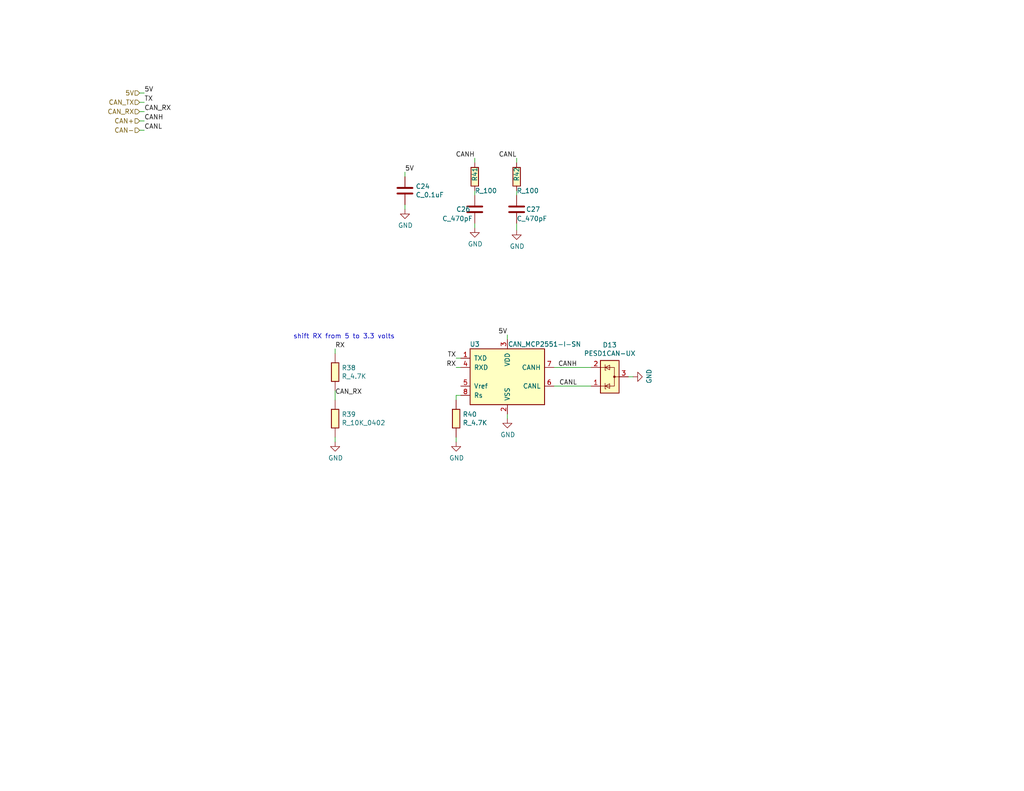
<source format=kicad_sch>
(kicad_sch (version 20211123) (generator eeschema)
  (paper "USLetter")
  (lib_symbols
    (symbol "Open_Automation:CAN_MCP2551-I-SN" (pin_names (offset 1.016))
      (property "Reference" "U" (at -10.16 8.89 0))
      (property "Value" "Open_Automation_CAN_MCP2551-I-SN" (at 2.54 8.89 0))
      (symbol "CAN_MCP2551-I-SN_0_1"
        (rectangle (start -10.16 7.62) (end 10.16 -7.62) (stroke (width 0.254)) (fill (type background)))
      )
      (symbol "CAN_MCP2551-I-SN_1_1"
        (pin input line (at -12.7 5.08 0) (length 2.54) (name "TXD") (number "1"))
        (pin power_in line (at 0 -10.16 90) (length 2.54) (name "VSS") (number "2"))
        (pin power_in line (at 0 10.16 270) (length 2.54) (name "VDD") (number "3"))
        (pin output line (at -12.7 2.54 0) (length 2.54) (name "RXD") (number "4"))
        (pin power_out line (at -12.7 -2.54 0) (length 2.54) (name "Vref") (number "5"))
        (pin bidirectional line (at 12.7 -2.54 180) (length 2.54) (name "CANL") (number "6"))
        (pin bidirectional line (at 12.7 2.54 180) (length 2.54) (name "CANH") (number "7"))
        (pin input line (at -12.7 -5.08 0) (length 2.54) (name "Rs") (number "8"))
      )
    )
    (symbol "Open_Automation:C_470pF" (pin_numbers hide) (pin_names (offset 0.254))
      (property "Reference" "C" (at 0.635 2.54 0))
      (property "Value" "Open_Automation_C_470pF" (at -5.715 -2.54 0))
      (symbol "C_470pF_0_1"
        (polyline (pts (xy -2.032 -0.762) (xy 2.032 -0.762)) (stroke (width 0.508)))
        (polyline (pts (xy -2.032 0.762) (xy 2.032 0.762)) (stroke (width 0.508)))
      )
      (symbol "C_470pF_1_1"
        (pin passive line (at 0 3.81 270) (length 2.794) (name "~") (number "1"))
        (pin passive line (at 0 -3.81 90) (length 2.794) (name "~") (number "2"))
      )
    )
    (symbol "Open_Automation:R_100" (pin_numbers hide) (pin_names (offset 0))
      (property "Reference" "R" (at 0 0 90))
      (property "Value" "Open_Automation_R_100" (at -1.905 0 90))
      (symbol "R_100_0_1"
        (rectangle (start -1.016 -2.54) (end 1.016 2.54) (stroke (width 0.254)) (fill (type background)))
      )
      (symbol "R_100_1_1"
        (pin passive line (at 0 -3.81 90) (length 1.27) (name "~") (number "1"))
        (pin passive line (at 0 3.81 270) (length 1.27) (name "~") (number "2"))
      )
    )
    (symbol "Open_Automation:R_10K_0402" (pin_numbers hide) (pin_names (offset 0))
      (property "Reference" "R" (at 0 0 90))
      (property "Value" "Open_Automation_R_10K_0402" (at -1.905 0 90))
      (symbol "R_10K_0402_0_1"
        (rectangle (start -1.016 -2.54) (end 1.016 2.54) (stroke (width 0.254)) (fill (type background)))
      )
      (symbol "R_10K_0402_1_1"
        (pin passive line (at 0 -5.08 90) (length 2.54) (name "~") (number "1"))
        (pin passive line (at 0 5.08 270) (length 2.54) (name "~") (number "2"))
      )
    )
    (symbol "Open_Automation:R_4.7K" (pin_numbers hide) (pin_names (offset 0))
      (property "Reference" "R" (at 0 0 90))
      (property "Value" "Open_Automation_R_4.7K" (at -1.905 0 90))
      (symbol "R_4.7K_0_1"
        (rectangle (start -1.016 -2.54) (end 1.016 2.54) (stroke (width 0.254)) (fill (type background)))
      )
      (symbol "R_4.7K_1_1"
        (pin passive line (at 0 -5.08 90) (length 2.54) (name "~") (number "1"))
        (pin passive line (at 0 5.08 270) (length 2.54) (name "~") (number "2"))
      )
    )
    (symbol "open-dash-daughterboard-rescue:C_0.1uF-Open_Automation" (pin_numbers hide) (pin_names (offset 0.254))
      (property "Reference" "C" (at 0.635 2.54 0))
      (property "Value" "open-dash-daughterboard-rescue_C_0.1uF-Open_Automation" (at -8.255 -2.54 0))
      (symbol "C_0.1uF-Open_Automation_0_1"
        (polyline (pts (xy -2.032 -0.762) (xy 2.032 -0.762)) (stroke (width 0.508)))
        (polyline (pts (xy -2.032 0.762) (xy 2.032 0.762)) (stroke (width 0.508)))
      )
      (symbol "C_0.1uF-Open_Automation_1_1"
        (pin passive line (at 0 3.81 270) (length 2.794) (name "~") (number "1"))
        (pin passive line (at 0 -3.81 90) (length 2.794) (name "~") (number "2"))
      )
    )
    (symbol "open-dash-daughterboard-rescue:GND-power" (power) (pin_names (offset 0))
      (property "Value" "open-dash-daughterboard-rescue_GND-power" (at 0 -3.81 0))
      (symbol "GND-power_0_1"
        (polyline (pts (xy 0 0) (xy 0 -1.27) (xy 1.27 -1.27) (xy 0 -2.54) (xy -1.27 -1.27) (xy 0 -1.27)))
      )
      (symbol "GND-power_1_1"
        (pin power_in line (at 0 0 270) (length 0) hide (name "GND") (number "1"))
      )
    )
    (symbol "open-dash-daughterboard-rescue:PESD1CAN-UX-Open_Automation" (pin_names hide)
      (property "Reference" "D" (at 5.715 2.54 0))
      (property "Value" "open-dash-daughterboard-rescue_PESD1CAN-UX-Open_Automation" (at 5.715 0.635 0))
      (symbol "PESD1CAN-UX-Open_Automation_0_0"
        (pin passive line (at 0 -5.08 90) (length 2.54) (name "A") (number "3"))
      )
      (symbol "PESD1CAN-UX-Open_Automation_0_1"
        (rectangle (start -4.445 2.54) (end 4.445 -2.54) (stroke (width 0.254)) (fill (type background)))
        (circle (center 0 -1.27) (radius 0.254) (fill (type outline)))
        (polyline (pts (xy -2.54 2.54) (xy -2.54 1.27)))
        (polyline (pts (xy 0 -1.27) (xy 0 -2.54)))
        (polyline (pts (xy 2.54 2.54) (xy 2.54 1.27)))
        (polyline (pts (xy -3.302 1.016) (xy -3.302 1.27) (xy -1.905 1.27) (xy -1.778 1.27)))
        (polyline (pts (xy -2.54 1.27) (xy -2.54 -1.27) (xy 2.54 -1.27) (xy 2.54 1.27)))
        (polyline (pts (xy -2.54 1.27) (xy -1.905 0) (xy -3.175 0) (xy -2.54 1.27)))
        (polyline (pts (xy 1.778 1.016) (xy 1.778 1.27) (xy 3.175 1.27) (xy 3.302 1.27)))
        (polyline (pts (xy 2.54 1.27) (xy 1.905 0) (xy 3.175 0) (xy 2.54 1.27)))
      )
      (symbol "PESD1CAN-UX-Open_Automation_1_1"
        (pin passive line (at -2.54 5.08 270) (length 2.54) (name "K") (number "1"))
        (pin passive line (at 2.54 5.08 270) (length 2.54) (name "K") (number "2"))
      )
    )
  )
  (wire (pts (xy 151.13 100.33) (xy 161.29 100.33)))
  (wire (pts (xy 39.37 33.02) (xy 38.1 33.02)))
  (wire (pts (xy 39.37 30.48) (xy 38.1 30.48)))
  (wire (pts (xy 140.97 60.96) (xy 140.97 62.865)))
  (wire (pts (xy 129.54 53.34) (xy 129.54 52.07)))
  (wire (pts (xy 140.97 53.34) (xy 140.97 52.07)))
  (wire (pts (xy 38.1 27.94) (xy 39.37 27.94)))
  (wire (pts (xy 110.49 57.15) (xy 110.49 55.88)))
  (wire (pts (xy 124.46 97.79) (xy 125.73 97.79)))
  (wire (pts (xy 138.43 114.3) (xy 138.43 113.03)))
  (wire (pts (xy 129.54 62.23) (xy 129.54 60.96)))
  (wire (pts (xy 124.46 120.65) (xy 124.46 119.38)))
  (wire (pts (xy 124.46 109.22) (xy 124.46 107.95)))
  (wire (pts (xy 110.49 46.99) (xy 110.49 48.26)))
  (wire (pts (xy 39.37 25.4) (xy 38.1 25.4)))
  (wire (pts (xy 91.44 95.25) (xy 91.44 96.52)))
  (wire (pts (xy 151.13 105.41) (xy 161.29 105.41)))
  (wire (pts (xy 172.72 102.87) (xy 171.45 102.87)))
  (wire (pts (xy 124.46 100.33) (xy 125.73 100.33)))
  (wire (pts (xy 129.54 43.18) (xy 129.54 44.45)))
  (wire (pts (xy 91.44 109.22) (xy 91.44 106.68)))
  (wire (pts (xy 138.43 91.44) (xy 138.43 92.71)))
  (wire (pts (xy 91.44 120.65) (xy 91.44 119.38)))
  (wire (pts (xy 39.37 35.56) (xy 38.1 35.56)))
  (wire (pts (xy 140.97 43.18) (xy 140.97 44.45)))
  (wire (pts (xy 124.46 107.95) (xy 125.73 107.95)))
  (text "shift RX from 5 to 3.3 volts" (at 80.01 92.71 0) (effects (font (size 1.27 1.27)) (justify left bottom)))
  (label "5V" (at 138.43 91.44 180))
  (label "RX" (at 91.44 95.25 0))
  (label "CAN_RX" (at 91.44 107.95 0))
  (label "CANL" (at 157.48 105.41 180))
  (label "CANH" (at 39.37 33.02 0))
  (label "5V" (at 39.37 25.4 0))
  (label "CANL" (at 140.97 43.18 180))
  (label "CANL" (at 39.37 35.56 0))
  (label "5V" (at 110.49 46.99 0))
  (label "RX" (at 124.46 100.33 180))
  (label "CANH" (at 157.48 100.33 180))
  (label "CAN_RX" (at 39.37 30.48 0))
  (label "CANH" (at 129.54 43.18 180))
  (label "TX" (at 39.37 27.94 0))
  (label "TX" (at 124.46 97.79 180))
  (hierarchical_label "CAN-" (shape input) (at 38.1 35.56 180))
  (hierarchical_label "5V" (shape input) (at 38.1 25.4 180))
  (hierarchical_label "CAN_RX" (shape input) (at 38.1 30.48 180))
  (hierarchical_label "CAN+" (shape input) (at 38.1 33.02 180))
  (hierarchical_label "CAN_TX" (shape input) (at 38.1 27.94 180))
  (symbol (lib_id "open-dash-daughterboard-rescue:GND-power") (at 124.46 120.65 0)
    (property "Reference" "#PWR083" (effects hide))
    (property "Value" "GND" (at 124.587 125.0442 0))
  )
  (symbol (lib_id "open-dash-daughterboard-rescue:GND-power") (at 138.43 114.3 0)
    (property "Reference" "#PWR085" (effects hide))
    (property "Value" "GND" (at 138.557 118.6942 0))
  )
  (symbol (lib_id "open-dash-daughterboard-rescue:GND-power") (at 140.97 62.865 0)
    (property "Reference" "#PWR086" (effects hide))
    (property "Value" "GND" (at 141.097 67.2592 0))
  )
  (symbol (lib_id "open-dash-daughterboard-rescue:GND-power") (at 110.49 57.15 0)
    (property "Reference" "#PWR082" (effects hide))
    (property "Value" "GND" (at 110.617 61.5442 0))
  )
  (symbol (lib_id "open-dash-daughterboard-rescue:C_0.1uF-Open_Automation") (at 110.49 52.07 0)
    (property "Reference" "C24" (at 113.411 50.9016 0) (effects (justify left)))
    (property "Value" "C_0.1uF" (at 113.411 53.213 0) (effects (justify left)))
    (property "Footprint" "Capacitor_SMD:C_0603_1608Metric_Pad1.08x0.95mm_HandSolder" (effects hide))
    (property "Datasheet" "https://datasheet.lcsc.com/szlcsc/YAGEO-CC0603KRX7R9BB104_C14663.pdf" (effects hide))
    (property "Part Number" "CC0603KRX7R9BB104" (effects hide))
    (property "LCSC" "C14663" (effects hide))
  )
  (symbol (lib_id "open-dash-daughterboard-rescue:GND-power") (at 129.54 62.23 0)
    (property "Reference" "#PWR084" (effects hide))
    (property "Value" "GND" (at 129.667 66.6242 0))
  )
  (symbol (lib_id "open-dash-daughterboard-rescue:GND-power") (at 172.72 102.87 90)
    (property "Reference" "#PWR087" (effects hide))
    (property "Value" "GND" (at 177.1142 102.743 0))
  )
  (symbol (lib_id "open-dash-daughterboard-rescue:PESD1CAN-UX-Open_Automation") (at 166.37 102.87 90)
    (property "Reference" "D13" (at 166.37 94.1832 90))
    (property "Value" "PESD1CAN-UX" (at 166.37 96.4946 90))
    (property "Footprint" "Package_TO_SOT_SMD:SOT-23" (effects hide))
    (property "Datasheet" "https://datasheet.lcsc.com/szlcsc/Nexperia-PESD1CAN-UX_C152727.pdf" (effects hide))
    (property "Website" "https://www.digikey.com/product-detail/en/nexperia-usa-inc/PESD1CAN-UX/1727-1306-1-ND/4386316" (effects hide))
    (property "Part Number" "PESD1CAN-UX" (effects hide))
    (property "LCSC" "C152727" (effects hide))
  )
  (symbol (lib_id "open-dash-daughterboard-rescue:GND-power") (at 91.44 120.65 0)
    (property "Reference" "#PWR081" (effects hide))
    (property "Value" "GND" (at 91.567 125.0442 0))
  )
  (symbol (lib_id "Open_Automation:C_470pF") (at 140.97 57.15 0) (unit 1)
    (property "Reference" "C27" (at 143.51 57.15 0) (effects (justify left)))
    (property "Value" "C_470pF" (at 140.97 59.69 0) (effects (justify left)))
    (property "Footprint" "Capacitor_SMD:C_0603_1608Metric_Pad1.08x0.95mm_HandSolder" (effects hide))
    (property "Datasheet" "https://datasheet.lcsc.com/szlcsc/Guangdong-Fenghua-Advanced-Tech-0402B471K500NT_C1537.pdf" (effects hide))
    (property "Part Number" "0402B471K500NT" (effects hide))
    (property "LCSC" "C1537" (effects hide))
  )
  (symbol (lib_id "Open_Automation:C_470pF") (at 129.54 57.15 0) (unit 1)
    (property "Reference" "C26" (at 124.46 57.15 0) (effects (justify left)))
    (property "Value" "C_470pF" (at 120.65 59.69 0) (effects (justify left)))
    (property "Footprint" "Capacitor_SMD:C_0603_1608Metric_Pad1.08x0.95mm_HandSolder" (effects hide))
    (property "Datasheet" "https://datasheet.lcsc.com/szlcsc/Guangdong-Fenghua-Advanced-Tech-0402B471K500NT_C1537.pdf" (effects hide))
    (property "Part Number" "0402B471K500NT" (effects hide))
    (property "LCSC" "C1537" (effects hide))
  )
  (symbol (lib_id "Open_Automation:R_100") (at 129.54 48.26 0) (unit 1)
    (property "Reference" "R41" (at 129.54 49.53 90) (effects (justify left)))
    (property "Value" "R_100" (at 129.54 52.07 0) (effects (justify left)))
    (property "Footprint" "Resistor_SMD:R_0402_1005Metric_Pad0.72x0.64mm_HandSolder" (effects hide))
    (property "Datasheet" "https://datasheet.lcsc.com/szlcsc/Uniroyal-Elec-0402WGF1000TCE_C25076.pdf" (effects hide))
    (property "Part Number" "0402WGF1000TCE" (effects hide))
    (property "LCSC" "C25076" (effects hide))
  )
  (symbol (lib_id "Open_Automation:R_100") (at 140.97 48.26 0) (unit 1)
    (property "Reference" "R42" (at 140.97 49.53 90) (effects (justify left)))
    (property "Value" "R_100" (at 140.97 52.07 0) (effects (justify left)))
    (property "Footprint" "Resistor_SMD:R_0402_1005Metric_Pad0.72x0.64mm_HandSolder" (effects hide))
    (property "Datasheet" "https://datasheet.lcsc.com/szlcsc/Uniroyal-Elec-0402WGF1000TCE_C25076.pdf" (effects hide))
    (property "Part Number" "0402WGF1000TCE" (effects hide))
    (property "LCSC" "C25076" (effects hide))
  )
  (symbol (lib_id "Open_Automation:R_10K_0402") (at 91.44 114.3 0) (unit 1)
    (property "Reference" "R39" (at 93.218 113.1316 0) (effects (justify left)))
    (property "Value" "R_10K_0402" (at 93.218 115.443 0) (effects (justify left)))
    (property "Footprint" "Resistor_SMD:R_0402_1005Metric_Pad0.72x0.64mm_HandSolder" (effects hide))
    (property "Datasheet" "https://datasheet.lcsc.com/szlcsc/Uniroyal-Elec-0402WGF1002TCE_C25744.pdf" (effects hide))
    (property "Part Number" "0402WGF1002TCE" (effects hide))
    (property "LCSC" "C25744" (effects hide))
  )
  (symbol (lib_id "Open_Automation:R_4.7K") (at 91.44 101.6 0) (unit 1)
    (property "Reference" "R38" (at 93.218 100.4316 0) (effects (justify left)))
    (property "Value" "R_4.7K" (at 93.218 102.743 0) (effects (justify left)))
    (property "Footprint" "Resistor_SMD:R_0402_1005Metric_Pad0.72x0.64mm_HandSolder" (effects hide))
    (property "Datasheet" "https://datasheet.lcsc.com/szlcsc/Uniroyal-Elec-0402WGF4701TCE_C25900.pdf" (effects hide))
    (property "Part Number" "0402WGF4701TCE" (effects hide))
    (property "LCSC" "C25900" (effects hide))
  )
  (symbol (lib_id "Open_Automation:R_4.7K") (at 124.46 114.3 0) (unit 1)
    (property "Reference" "R40" (at 126.238 113.1316 0) (effects (justify left)))
    (property "Value" "R_4.7K" (at 126.238 115.443 0) (effects (justify left)))
    (property "Footprint" "Resistor_SMD:R_0402_1005Metric_Pad0.72x0.64mm_HandSolder" (effects hide))
    (property "Datasheet" "https://datasheet.lcsc.com/szlcsc/Uniroyal-Elec-0402WGF4701TCE_C25900.pdf" (effects hide))
    (property "Part Number" "0402WGF4701TCE" (effects hide))
    (property "LCSC" "C25900" (effects hide))
  )
  (symbol (lib_id "Open_Automation:CAN_MCP2551-I-SN") (at 138.43 102.87 0) (unit 1)
    (property "Reference" "U3" (at 129.54 93.98 0))
    (property "Value" "CAN_MCP2551-I-SN" (at 148.59 93.98 0))
    (property "Footprint" "Package_SO:SOIC-8_3.9x4.9mm_P1.27mm" (effects hide))
    (property "Datasheet" "https://datasheet.lcsc.com/szlcsc/Microchip-Tech-MCP2551-I-SN_C7376.pdf" (effects hide))
    (property "Part Number" "MCP2551-I/SN" (effects hide))
    (property "LCSC" "C7376" (effects hide))
  )
)
</source>
